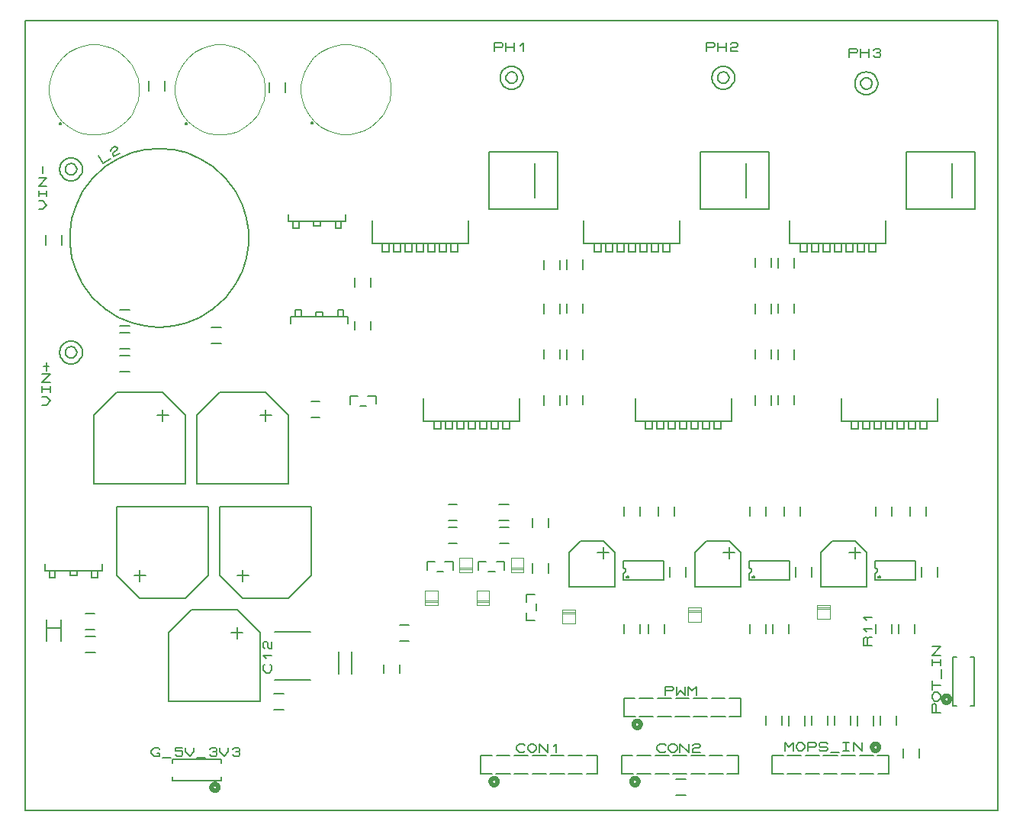
<source format=gbr>
G04 PROTEUS GERBER X2 FILE*
%TF.GenerationSoftware,Labcenter,Proteus,8.7-SP3-Build25561*%
%TF.CreationDate,2021-06-30T06:14:37+00:00*%
%TF.FileFunction,Legend,Top*%
%TF.FilePolarity,Positive*%
%TF.Part,Single*%
%TF.SameCoordinates,{77f9167f-24a0-473a-9e88-04ab24b8f88e}*%
%FSLAX45Y45*%
%MOMM*%
G01*
%TA.AperFunction,Profile*%
%ADD41C,0.203200*%
%TA.AperFunction,Material*%
%ADD44C,0.203200*%
%ADD45C,0.200000*%
%ADD46C,0.101600*%
%ADD47C,0.508000*%
%ADD48C,0.152400*%
%ADD49C,0.120000*%
%TD.AperFunction*%
D41*
X-1079500Y-6413500D02*
X+9715500Y-6413500D01*
X+9715500Y+2349500D01*
X-1079500Y+2349500D01*
X-1079500Y-6413500D01*
D44*
X+3340100Y-1841500D02*
X+3340100Y-2095500D01*
X+4406900Y-2095500D01*
X+4406900Y-1841500D02*
X+4406900Y-2095500D01*
X+3454400Y-2184400D02*
X+3530600Y-2184400D01*
X+3530600Y-2095500D01*
X+3454400Y-2095500D01*
X+3454400Y-2184400D01*
X+3581400Y-2184400D02*
X+3657600Y-2184400D01*
X+3657600Y-2095500D01*
X+3581400Y-2095500D01*
X+3581400Y-2184400D01*
X+3708400Y-2184400D02*
X+3784600Y-2184400D01*
X+3784600Y-2095500D01*
X+3708400Y-2095500D01*
X+3708400Y-2184400D01*
X+3835400Y-2184400D02*
X+3911600Y-2184400D01*
X+3911600Y-2095500D01*
X+3835400Y-2095500D01*
X+3835400Y-2184400D01*
X+3962400Y-2184400D02*
X+4038600Y-2184400D01*
X+4038600Y-2095500D01*
X+3962400Y-2095500D01*
X+3962400Y-2184400D01*
X+4089400Y-2184400D02*
X+4165600Y-2184400D01*
X+4165600Y-2095500D01*
X+4089400Y-2095500D01*
X+4089400Y-2184400D01*
X+4216400Y-2184400D02*
X+4292600Y-2184400D01*
X+4292600Y-2095500D01*
X+4216400Y-2095500D01*
X+4216400Y-2184400D01*
X+5118100Y+127000D02*
X+5118100Y-127000D01*
X+6184900Y-127000D01*
X+6184900Y+127000D02*
X+6184900Y-127000D01*
X+5232400Y-215900D02*
X+5308600Y-215900D01*
X+5308600Y-127000D01*
X+5232400Y-127000D01*
X+5232400Y-215900D01*
X+5359400Y-215900D02*
X+5435600Y-215900D01*
X+5435600Y-127000D01*
X+5359400Y-127000D01*
X+5359400Y-215900D01*
X+5486400Y-215900D02*
X+5562600Y-215900D01*
X+5562600Y-127000D01*
X+5486400Y-127000D01*
X+5486400Y-215900D01*
X+5613400Y-215900D02*
X+5689600Y-215900D01*
X+5689600Y-127000D01*
X+5613400Y-127000D01*
X+5613400Y-215900D01*
X+5740400Y-215900D02*
X+5816600Y-215900D01*
X+5816600Y-127000D01*
X+5740400Y-127000D01*
X+5740400Y-215900D01*
X+5867400Y-215900D02*
X+5943600Y-215900D01*
X+5943600Y-127000D01*
X+5867400Y-127000D01*
X+5867400Y-215900D01*
X+5994400Y-215900D02*
X+6070600Y-215900D01*
X+6070600Y-127000D01*
X+5994400Y-127000D01*
X+5994400Y-215900D01*
X+5689600Y-1841500D02*
X+5689600Y-2095500D01*
X+6756400Y-2095500D01*
X+6756400Y-1841500D02*
X+6756400Y-2095500D01*
X+5803900Y-2184400D02*
X+5880100Y-2184400D01*
X+5880100Y-2095500D01*
X+5803900Y-2095500D01*
X+5803900Y-2184400D01*
X+5930900Y-2184400D02*
X+6007100Y-2184400D01*
X+6007100Y-2095500D01*
X+5930900Y-2095500D01*
X+5930900Y-2184400D01*
X+6057900Y-2184400D02*
X+6134100Y-2184400D01*
X+6134100Y-2095500D01*
X+6057900Y-2095500D01*
X+6057900Y-2184400D01*
X+6184900Y-2184400D02*
X+6261100Y-2184400D01*
X+6261100Y-2095500D01*
X+6184900Y-2095500D01*
X+6184900Y-2184400D01*
X+6311900Y-2184400D02*
X+6388100Y-2184400D01*
X+6388100Y-2095500D01*
X+6311900Y-2095500D01*
X+6311900Y-2184400D01*
X+6438900Y-2184400D02*
X+6515100Y-2184400D01*
X+6515100Y-2095500D01*
X+6438900Y-2095500D01*
X+6438900Y-2184400D01*
X+6565900Y-2184400D02*
X+6642100Y-2184400D01*
X+6642100Y-2095500D01*
X+6565900Y-2095500D01*
X+6565900Y-2184400D01*
X+7404100Y+127000D02*
X+7404100Y-127000D01*
X+8470900Y-127000D01*
X+8470900Y+127000D02*
X+8470900Y-127000D01*
X+7518400Y-215900D02*
X+7594600Y-215900D01*
X+7594600Y-127000D01*
X+7518400Y-127000D01*
X+7518400Y-215900D01*
X+7645400Y-215900D02*
X+7721600Y-215900D01*
X+7721600Y-127000D01*
X+7645400Y-127000D01*
X+7645400Y-215900D01*
X+7772400Y-215900D02*
X+7848600Y-215900D01*
X+7848600Y-127000D01*
X+7772400Y-127000D01*
X+7772400Y-215900D01*
X+7899400Y-215900D02*
X+7975600Y-215900D01*
X+7975600Y-127000D01*
X+7899400Y-127000D01*
X+7899400Y-215900D01*
X+8026400Y-215900D02*
X+8102600Y-215900D01*
X+8102600Y-127000D01*
X+8026400Y-127000D01*
X+8026400Y-215900D01*
X+8153400Y-215900D02*
X+8229600Y-215900D01*
X+8229600Y-127000D01*
X+8153400Y-127000D01*
X+8153400Y-215900D01*
X+8280400Y-215900D02*
X+8356600Y-215900D01*
X+8356600Y-127000D01*
X+8280400Y-127000D01*
X+8280400Y-215900D01*
X+7975600Y-1841500D02*
X+7975600Y-2095500D01*
X+9042400Y-2095500D01*
X+9042400Y-1841500D02*
X+9042400Y-2095500D01*
X+8089900Y-2184400D02*
X+8166100Y-2184400D01*
X+8166100Y-2095500D01*
X+8089900Y-2095500D01*
X+8089900Y-2184400D01*
X+8216900Y-2184400D02*
X+8293100Y-2184400D01*
X+8293100Y-2095500D01*
X+8216900Y-2095500D01*
X+8216900Y-2184400D01*
X+8343900Y-2184400D02*
X+8420100Y-2184400D01*
X+8420100Y-2095500D01*
X+8343900Y-2095500D01*
X+8343900Y-2184400D01*
X+8470900Y-2184400D02*
X+8547100Y-2184400D01*
X+8547100Y-2095500D01*
X+8470900Y-2095500D01*
X+8470900Y-2184400D01*
X+8597900Y-2184400D02*
X+8674100Y-2184400D01*
X+8674100Y-2095500D01*
X+8597900Y-2095500D01*
X+8597900Y-2184400D01*
X+8724900Y-2184400D02*
X+8801100Y-2184400D01*
X+8801100Y-2095500D01*
X+8724900Y-2095500D01*
X+8724900Y-2184400D01*
X+8851900Y-2184400D02*
X+8928100Y-2184400D01*
X+8928100Y-2095500D01*
X+8851900Y-2095500D01*
X+8851900Y-2184400D01*
X+2768600Y+127000D02*
X+2768600Y-127000D01*
X+3835400Y-127000D01*
X+3835400Y+127000D02*
X+3835400Y-127000D01*
X+2882900Y-215900D02*
X+2959100Y-215900D01*
X+2959100Y-127000D01*
X+2882900Y-127000D01*
X+2882900Y-215900D01*
X+3009900Y-215900D02*
X+3086100Y-215900D01*
X+3086100Y-127000D01*
X+3009900Y-127000D01*
X+3009900Y-215900D01*
X+3136900Y-215900D02*
X+3213100Y-215900D01*
X+3213100Y-127000D01*
X+3136900Y-127000D01*
X+3136900Y-215900D01*
X+3263900Y-215900D02*
X+3340100Y-215900D01*
X+3340100Y-127000D01*
X+3263900Y-127000D01*
X+3263900Y-215900D01*
X+3390900Y-215900D02*
X+3467100Y-215900D01*
X+3467100Y-127000D01*
X+3390900Y-127000D01*
X+3390900Y-215900D01*
X+3517900Y-215900D02*
X+3594100Y-215900D01*
X+3594100Y-127000D01*
X+3517900Y-127000D01*
X+3517900Y-215900D01*
X+3644900Y-215900D02*
X+3721100Y-215900D01*
X+3721100Y-127000D01*
X+3644900Y-127000D01*
X+3644900Y-215900D01*
X+6413500Y+254000D02*
X+7175500Y+254000D01*
X+7175500Y+889000D01*
X+6413500Y+889000D01*
X+6413500Y+254000D01*
X+6921500Y+762000D02*
X+6921500Y+381000D01*
X+8699500Y+254000D02*
X+9461500Y+254000D01*
X+9461500Y+889000D01*
X+8699500Y+889000D01*
X+8699500Y+254000D01*
X+9207500Y+762000D02*
X+9207500Y+381000D01*
X+4064000Y+254000D02*
X+4826000Y+254000D01*
X+4826000Y+889000D01*
X+4064000Y+889000D01*
X+4064000Y+254000D01*
X+4572000Y+762000D02*
X+4572000Y+381000D01*
X+4445000Y+1714500D02*
X+4444573Y+1724909D01*
X+4441101Y+1745728D01*
X+4433845Y+1766547D01*
X+4422017Y+1787366D01*
X+4403920Y+1808024D01*
X+4383101Y+1823545D01*
X+4362282Y+1833530D01*
X+4341463Y+1839314D01*
X+4320644Y+1841472D01*
X+4318000Y+1841500D01*
X+4191000Y+1714500D02*
X+4191427Y+1724909D01*
X+4194899Y+1745728D01*
X+4202155Y+1766547D01*
X+4213983Y+1787366D01*
X+4232080Y+1808024D01*
X+4252899Y+1823545D01*
X+4273718Y+1833530D01*
X+4294537Y+1839314D01*
X+4315356Y+1841472D01*
X+4318000Y+1841500D01*
X+4191000Y+1714500D02*
X+4191427Y+1704091D01*
X+4194899Y+1683272D01*
X+4202155Y+1662453D01*
X+4213983Y+1641634D01*
X+4232080Y+1620976D01*
X+4252899Y+1605455D01*
X+4273718Y+1595470D01*
X+4294537Y+1589686D01*
X+4315356Y+1587528D01*
X+4318000Y+1587500D01*
X+4445000Y+1714500D02*
X+4444573Y+1704091D01*
X+4441101Y+1683272D01*
X+4433845Y+1662453D01*
X+4422017Y+1641634D01*
X+4403920Y+1620976D01*
X+4383101Y+1605455D01*
X+4362282Y+1595470D01*
X+4341463Y+1589686D01*
X+4320644Y+1587528D01*
X+4318000Y+1587500D01*
X+4381500Y+1714500D02*
X+4381283Y+1719747D01*
X+4379518Y+1730242D01*
X+4375826Y+1740737D01*
X+4369798Y+1751232D01*
X+4360576Y+1761612D01*
X+4350081Y+1769300D01*
X+4339586Y+1774218D01*
X+4329091Y+1777024D01*
X+4318596Y+1777997D01*
X+4318000Y+1778000D01*
X+4254500Y+1714500D02*
X+4254717Y+1719747D01*
X+4256482Y+1730242D01*
X+4260174Y+1740737D01*
X+4266202Y+1751232D01*
X+4275424Y+1761612D01*
X+4285919Y+1769300D01*
X+4296414Y+1774218D01*
X+4306909Y+1777024D01*
X+4317404Y+1777997D01*
X+4318000Y+1778000D01*
X+4254500Y+1714500D02*
X+4254717Y+1709253D01*
X+4256482Y+1698758D01*
X+4260174Y+1688263D01*
X+4266202Y+1677768D01*
X+4275424Y+1667388D01*
X+4285919Y+1659700D01*
X+4296414Y+1654782D01*
X+4306909Y+1651976D01*
X+4317404Y+1651003D01*
X+4318000Y+1651000D01*
X+4381500Y+1714500D02*
X+4381283Y+1709253D01*
X+4379518Y+1698758D01*
X+4375826Y+1688263D01*
X+4369798Y+1677768D01*
X+4360576Y+1667388D01*
X+4350081Y+1659700D01*
X+4339586Y+1654782D01*
X+4329091Y+1651976D01*
X+4318596Y+1651003D01*
X+4318000Y+1651000D01*
X+4127500Y+2009140D02*
X+4127500Y+2100580D01*
X+4206875Y+2100580D01*
X+4222750Y+2085340D01*
X+4222750Y+2070100D01*
X+4206875Y+2054860D01*
X+4127500Y+2054860D01*
X+4254500Y+2009140D02*
X+4254500Y+2100580D01*
X+4349750Y+2100580D02*
X+4349750Y+2009140D01*
X+4254500Y+2054860D02*
X+4349750Y+2054860D01*
X+4413250Y+2070100D02*
X+4445000Y+2100580D01*
X+4445000Y+2009140D01*
X+6794500Y+1714500D02*
X+6794073Y+1724909D01*
X+6790601Y+1745728D01*
X+6783345Y+1766547D01*
X+6771517Y+1787366D01*
X+6753420Y+1808024D01*
X+6732601Y+1823545D01*
X+6711782Y+1833530D01*
X+6690963Y+1839314D01*
X+6670144Y+1841472D01*
X+6667500Y+1841500D01*
X+6540500Y+1714500D02*
X+6540927Y+1724909D01*
X+6544399Y+1745728D01*
X+6551655Y+1766547D01*
X+6563483Y+1787366D01*
X+6581580Y+1808024D01*
X+6602399Y+1823545D01*
X+6623218Y+1833530D01*
X+6644037Y+1839314D01*
X+6664856Y+1841472D01*
X+6667500Y+1841500D01*
X+6540500Y+1714500D02*
X+6540927Y+1704091D01*
X+6544399Y+1683272D01*
X+6551655Y+1662453D01*
X+6563483Y+1641634D01*
X+6581580Y+1620976D01*
X+6602399Y+1605455D01*
X+6623218Y+1595470D01*
X+6644037Y+1589686D01*
X+6664856Y+1587528D01*
X+6667500Y+1587500D01*
X+6794500Y+1714500D02*
X+6794073Y+1704091D01*
X+6790601Y+1683272D01*
X+6783345Y+1662453D01*
X+6771517Y+1641634D01*
X+6753420Y+1620976D01*
X+6732601Y+1605455D01*
X+6711782Y+1595470D01*
X+6690963Y+1589686D01*
X+6670144Y+1587528D01*
X+6667500Y+1587500D01*
X+6731000Y+1714500D02*
X+6730783Y+1719747D01*
X+6729018Y+1730242D01*
X+6725326Y+1740737D01*
X+6719298Y+1751232D01*
X+6710076Y+1761612D01*
X+6699581Y+1769300D01*
X+6689086Y+1774218D01*
X+6678591Y+1777024D01*
X+6668096Y+1777997D01*
X+6667500Y+1778000D01*
X+6604000Y+1714500D02*
X+6604217Y+1719747D01*
X+6605982Y+1730242D01*
X+6609674Y+1740737D01*
X+6615702Y+1751232D01*
X+6624924Y+1761612D01*
X+6635419Y+1769300D01*
X+6645914Y+1774218D01*
X+6656409Y+1777024D01*
X+6666904Y+1777997D01*
X+6667500Y+1778000D01*
X+6604000Y+1714500D02*
X+6604217Y+1709253D01*
X+6605982Y+1698758D01*
X+6609674Y+1688263D01*
X+6615702Y+1677768D01*
X+6624924Y+1667388D01*
X+6635419Y+1659700D01*
X+6645914Y+1654782D01*
X+6656409Y+1651976D01*
X+6666904Y+1651003D01*
X+6667500Y+1651000D01*
X+6731000Y+1714500D02*
X+6730783Y+1709253D01*
X+6729018Y+1698758D01*
X+6725326Y+1688263D01*
X+6719298Y+1677768D01*
X+6710076Y+1667388D01*
X+6699581Y+1659700D01*
X+6689086Y+1654782D01*
X+6678591Y+1651976D01*
X+6668096Y+1651003D01*
X+6667500Y+1651000D01*
X+6477000Y+2009140D02*
X+6477000Y+2100580D01*
X+6556375Y+2100580D01*
X+6572250Y+2085340D01*
X+6572250Y+2070100D01*
X+6556375Y+2054860D01*
X+6477000Y+2054860D01*
X+6604000Y+2009140D02*
X+6604000Y+2100580D01*
X+6699250Y+2100580D02*
X+6699250Y+2009140D01*
X+6604000Y+2054860D02*
X+6699250Y+2054860D01*
X+6746875Y+2085340D02*
X+6762750Y+2100580D01*
X+6810375Y+2100580D01*
X+6826250Y+2085340D01*
X+6826250Y+2070100D01*
X+6810375Y+2054860D01*
X+6762750Y+2054860D01*
X+6746875Y+2039620D01*
X+6746875Y+2009140D01*
X+6826250Y+2009140D01*
X+8382000Y+1651000D02*
X+8381573Y+1661409D01*
X+8378101Y+1682228D01*
X+8370845Y+1703047D01*
X+8359017Y+1723866D01*
X+8340920Y+1744524D01*
X+8320101Y+1760045D01*
X+8299282Y+1770030D01*
X+8278463Y+1775814D01*
X+8257644Y+1777972D01*
X+8255000Y+1778000D01*
X+8128000Y+1651000D02*
X+8128427Y+1661409D01*
X+8131899Y+1682228D01*
X+8139155Y+1703047D01*
X+8150983Y+1723866D01*
X+8169080Y+1744524D01*
X+8189899Y+1760045D01*
X+8210718Y+1770030D01*
X+8231537Y+1775814D01*
X+8252356Y+1777972D01*
X+8255000Y+1778000D01*
X+8128000Y+1651000D02*
X+8128427Y+1640591D01*
X+8131899Y+1619772D01*
X+8139155Y+1598953D01*
X+8150983Y+1578134D01*
X+8169080Y+1557476D01*
X+8189899Y+1541955D01*
X+8210718Y+1531970D01*
X+8231537Y+1526186D01*
X+8252356Y+1524028D01*
X+8255000Y+1524000D01*
X+8382000Y+1651000D02*
X+8381573Y+1640591D01*
X+8378101Y+1619772D01*
X+8370845Y+1598953D01*
X+8359017Y+1578134D01*
X+8340920Y+1557476D01*
X+8320101Y+1541955D01*
X+8299282Y+1531970D01*
X+8278463Y+1526186D01*
X+8257644Y+1524028D01*
X+8255000Y+1524000D01*
X+8318500Y+1651000D02*
X+8318283Y+1656247D01*
X+8316518Y+1666742D01*
X+8312826Y+1677237D01*
X+8306798Y+1687732D01*
X+8297576Y+1698112D01*
X+8287081Y+1705800D01*
X+8276586Y+1710718D01*
X+8266091Y+1713524D01*
X+8255596Y+1714497D01*
X+8255000Y+1714500D01*
X+8191500Y+1651000D02*
X+8191717Y+1656247D01*
X+8193482Y+1666742D01*
X+8197174Y+1677237D01*
X+8203202Y+1687732D01*
X+8212424Y+1698112D01*
X+8222919Y+1705800D01*
X+8233414Y+1710718D01*
X+8243909Y+1713524D01*
X+8254404Y+1714497D01*
X+8255000Y+1714500D01*
X+8191500Y+1651000D02*
X+8191717Y+1645753D01*
X+8193482Y+1635258D01*
X+8197174Y+1624763D01*
X+8203202Y+1614268D01*
X+8212424Y+1603888D01*
X+8222919Y+1596200D01*
X+8233414Y+1591282D01*
X+8243909Y+1588476D01*
X+8254404Y+1587503D01*
X+8255000Y+1587500D01*
X+8318500Y+1651000D02*
X+8318283Y+1645753D01*
X+8316518Y+1635258D01*
X+8312826Y+1624763D01*
X+8306798Y+1614268D01*
X+8297576Y+1603888D01*
X+8287081Y+1596200D01*
X+8276586Y+1591282D01*
X+8266091Y+1588476D01*
X+8255596Y+1587503D01*
X+8255000Y+1587500D01*
X+8064500Y+1945640D02*
X+8064500Y+2037080D01*
X+8143875Y+2037080D01*
X+8159750Y+2021840D01*
X+8159750Y+2006600D01*
X+8143875Y+1991360D01*
X+8064500Y+1991360D01*
X+8191500Y+1945640D02*
X+8191500Y+2037080D01*
X+8286750Y+2037080D02*
X+8286750Y+1945640D01*
X+8191500Y+1991360D02*
X+8286750Y+1991360D01*
X+8334375Y+2021840D02*
X+8350250Y+2037080D01*
X+8397875Y+2037080D01*
X+8413750Y+2021840D01*
X+8413750Y+2006600D01*
X+8397875Y+1991360D01*
X+8413750Y+1976120D01*
X+8413750Y+1960880D01*
X+8397875Y+1945640D01*
X+8350250Y+1945640D01*
X+8334375Y+1960880D01*
X+8366125Y+1991360D02*
X+8397875Y+1991360D01*
X+2501900Y-1016000D02*
X+2501900Y-939800D01*
X+1866900Y-939800D01*
X+1866900Y-1016000D01*
X+2222500Y-939800D02*
X+2222500Y-889000D01*
X+2146300Y-889000D01*
X+2146300Y-939800D01*
X+2451100Y-939800D02*
X+2451100Y-863600D01*
X+2387600Y-863600D01*
X+2387600Y-939800D01*
X+1917700Y-939800D02*
X+1917700Y-863600D01*
X+1981200Y-863600D01*
X+1981200Y-939800D02*
X+1981200Y-863600D01*
X+1841500Y+198120D02*
X+1841500Y+121920D01*
X+2476500Y+121920D01*
X+2476500Y+198120D01*
X+2120900Y+121920D02*
X+2120900Y+71120D01*
X+2197100Y+71120D01*
X+2197100Y+121920D01*
X+1892300Y+121920D02*
X+1892300Y+45720D01*
X+1955800Y+45720D01*
X+1955800Y+121920D01*
X+2425700Y+121920D02*
X+2425700Y+45720D01*
X+2362200Y+45720D01*
X+2362200Y+121920D02*
X+2362200Y+45720D01*
X+1841500Y-2032000D02*
X+1587500Y-1778000D01*
X+1079500Y-1778000D01*
X+825500Y-2032000D01*
X+825500Y-2794000D01*
X+1841500Y-2794000D01*
X+1841500Y-2032000D01*
X+1587500Y-1968500D02*
X+1587500Y-2095500D01*
X+1651000Y-2032000D02*
X+1524000Y-2032000D01*
X+698500Y-2032000D02*
X+444500Y-1778000D01*
X-63500Y-1778000D01*
X-317500Y-2032000D01*
X-317500Y-2794000D01*
X+698500Y-2794000D01*
X+698500Y-2032000D01*
X+444500Y-1968500D02*
X+444500Y-2095500D01*
X+508000Y-2032000D02*
X+381000Y-2032000D01*
X-863600Y-3683000D02*
X-863600Y-3759200D01*
X-228600Y-3759200D01*
X-228600Y-3683000D01*
X-584200Y-3759200D02*
X-584200Y-3810000D01*
X-508000Y-3810000D01*
X-508000Y-3759200D01*
X-812800Y-3759200D02*
X-812800Y-3835400D01*
X-749300Y-3835400D01*
X-749300Y-3759200D01*
X-279400Y-3759200D02*
X-279400Y-3835400D01*
X-342900Y-3835400D01*
X-342900Y-3759200D02*
X-342900Y-3835400D01*
X-842000Y-4538000D02*
X-842000Y-4298000D01*
X-682000Y-4538000D02*
X-682000Y-4298000D01*
X-842000Y-4388000D02*
X-682000Y-4388000D01*
D45*
X-413000Y-4408000D02*
X-313000Y-4408000D01*
X-413000Y-4228000D02*
X-313000Y-4228000D01*
D44*
X-63500Y-3810000D02*
X+190500Y-4064000D01*
X+698500Y-4064000D01*
X+952500Y-3810000D01*
X+952500Y-3048000D01*
X-63500Y-3048000D01*
X-63500Y-3810000D01*
X+190500Y-3873500D02*
X+190500Y-3746500D01*
X+127000Y-3810000D02*
X+254000Y-3810000D01*
D45*
X+2087500Y-4434000D02*
X+1687500Y-4434000D01*
X+2087500Y-4964000D02*
X+1687500Y-4964000D01*
D44*
X+2399837Y-4896337D02*
X+2399837Y-4656337D01*
X+2539837Y-4896337D02*
X+2539837Y-4656337D01*
X+1079500Y-3810000D02*
X+1333500Y-4064000D01*
X+1841500Y-4064000D01*
X+2095500Y-3810000D01*
X+2095500Y-3048000D01*
X+1079500Y-3048000D01*
X+1079500Y-3810000D01*
X+1333500Y-3873500D02*
X+1333500Y-3746500D01*
X+1270000Y-3810000D02*
X+1397000Y-3810000D01*
D45*
X-413000Y-4662000D02*
X-303000Y-4662000D01*
X-413000Y-4482000D02*
X-303000Y-4482000D01*
X+2894500Y-4794000D02*
X+2894500Y-4894000D01*
X+3074500Y-4794000D02*
X+3074500Y-4894000D01*
X+3179500Y-4355000D02*
X+3079500Y-4355000D01*
X+3179500Y-4535000D02*
X+3079500Y-4535000D01*
X+78000Y-1370500D02*
X-32000Y-1370500D01*
X+78000Y-1550500D02*
X-32000Y-1550500D01*
X+78000Y-862500D02*
X-32000Y-862500D01*
X+78000Y-1042500D02*
X-32000Y-1042500D01*
X+78000Y-1116500D02*
X-32000Y-1116500D01*
X+78000Y-1296500D02*
X-32000Y-1296500D01*
X+291000Y+1683000D02*
X+291000Y+1573000D01*
X+471000Y+1683000D02*
X+471000Y+1573000D01*
X+1624500Y+1665500D02*
X+1624500Y+1555500D01*
X+1804500Y+1665500D02*
X+1804500Y+1555500D01*
X+984000Y-1233000D02*
X+1094000Y-1233000D01*
X+984000Y-1053000D02*
X+1094000Y-1053000D01*
D44*
X-444500Y+698500D02*
X-444927Y+708909D01*
X-448399Y+729728D01*
X-455655Y+750547D01*
X-467483Y+771366D01*
X-485580Y+792024D01*
X-506399Y+807545D01*
X-527218Y+817530D01*
X-548037Y+823314D01*
X-568856Y+825472D01*
X-571500Y+825500D01*
X-698500Y+698500D02*
X-698073Y+708909D01*
X-694601Y+729728D01*
X-687345Y+750547D01*
X-675517Y+771366D01*
X-657420Y+792024D01*
X-636601Y+807545D01*
X-615782Y+817530D01*
X-594963Y+823314D01*
X-574144Y+825472D01*
X-571500Y+825500D01*
X-698500Y+698500D02*
X-698073Y+688091D01*
X-694601Y+667272D01*
X-687345Y+646453D01*
X-675517Y+625634D01*
X-657420Y+604976D01*
X-636601Y+589455D01*
X-615782Y+579470D01*
X-594963Y+573686D01*
X-574144Y+571528D01*
X-571500Y+571500D01*
X-444500Y+698500D02*
X-444927Y+688091D01*
X-448399Y+667272D01*
X-455655Y+646453D01*
X-467483Y+625634D01*
X-485580Y+604976D01*
X-506399Y+589455D01*
X-527218Y+579470D01*
X-548037Y+573686D01*
X-568856Y+571528D01*
X-571500Y+571500D01*
X-508000Y+698500D02*
X-508217Y+703747D01*
X-509982Y+714242D01*
X-513674Y+724737D01*
X-519702Y+735232D01*
X-528924Y+745612D01*
X-539419Y+753300D01*
X-549914Y+758218D01*
X-560409Y+761024D01*
X-570904Y+761997D01*
X-571500Y+762000D01*
X-635000Y+698500D02*
X-634783Y+703747D01*
X-633018Y+714242D01*
X-629326Y+724737D01*
X-623298Y+735232D01*
X-614076Y+745612D01*
X-603581Y+753300D01*
X-593086Y+758218D01*
X-582591Y+761024D01*
X-572096Y+761997D01*
X-571500Y+762000D01*
X-635000Y+698500D02*
X-634783Y+693253D01*
X-633018Y+682758D01*
X-629326Y+672263D01*
X-623298Y+661768D01*
X-614076Y+651388D01*
X-603581Y+643700D01*
X-593086Y+638782D01*
X-582591Y+635976D01*
X-572096Y+635003D01*
X-571500Y+635000D01*
X-508000Y+698500D02*
X-508217Y+693253D01*
X-509982Y+682758D01*
X-513674Y+672263D01*
X-519702Y+661768D01*
X-528924Y+651388D01*
X-539419Y+643700D01*
X-549914Y+638782D01*
X-560409Y+635976D01*
X-570904Y+635003D01*
X-571500Y+635000D01*
X-932180Y+254000D02*
X-886460Y+254000D01*
X-840740Y+301625D01*
X-886460Y+349250D01*
X-932180Y+349250D01*
X-932180Y+396875D02*
X-932180Y+460375D01*
X-932180Y+428625D02*
X-840740Y+428625D01*
X-840740Y+396875D02*
X-840740Y+460375D01*
X-840740Y+508000D02*
X-932180Y+508000D01*
X-840740Y+603250D01*
X-932180Y+603250D01*
X-886460Y+650875D02*
X-886460Y+730250D01*
X-444500Y-1333500D02*
X-444927Y-1323091D01*
X-448399Y-1302272D01*
X-455655Y-1281453D01*
X-467483Y-1260634D01*
X-485580Y-1239976D01*
X-506399Y-1224455D01*
X-527218Y-1214470D01*
X-548037Y-1208686D01*
X-568856Y-1206528D01*
X-571500Y-1206500D01*
X-698500Y-1333500D02*
X-698073Y-1323091D01*
X-694601Y-1302272D01*
X-687345Y-1281453D01*
X-675517Y-1260634D01*
X-657420Y-1239976D01*
X-636601Y-1224455D01*
X-615782Y-1214470D01*
X-594963Y-1208686D01*
X-574144Y-1206528D01*
X-571500Y-1206500D01*
X-698500Y-1333500D02*
X-698073Y-1343909D01*
X-694601Y-1364728D01*
X-687345Y-1385547D01*
X-675517Y-1406366D01*
X-657420Y-1427024D01*
X-636601Y-1442545D01*
X-615782Y-1452530D01*
X-594963Y-1458314D01*
X-574144Y-1460472D01*
X-571500Y-1460500D01*
X-444500Y-1333500D02*
X-444927Y-1343909D01*
X-448399Y-1364728D01*
X-455655Y-1385547D01*
X-467483Y-1406366D01*
X-485580Y-1427024D01*
X-506399Y-1442545D01*
X-527218Y-1452530D01*
X-548037Y-1458314D01*
X-568856Y-1460472D01*
X-571500Y-1460500D01*
X-508000Y-1333500D02*
X-508217Y-1328253D01*
X-509982Y-1317758D01*
X-513674Y-1307263D01*
X-519702Y-1296768D01*
X-528924Y-1286388D01*
X-539419Y-1278700D01*
X-549914Y-1273782D01*
X-560409Y-1270976D01*
X-570904Y-1270003D01*
X-571500Y-1270000D01*
X-635000Y-1333500D02*
X-634783Y-1328253D01*
X-633018Y-1317758D01*
X-629326Y-1307263D01*
X-623298Y-1296768D01*
X-614076Y-1286388D01*
X-603581Y-1278700D01*
X-593086Y-1273782D01*
X-582591Y-1270976D01*
X-572096Y-1270003D01*
X-571500Y-1270000D01*
X-635000Y-1333500D02*
X-634783Y-1338747D01*
X-633018Y-1349242D01*
X-629326Y-1359737D01*
X-623298Y-1370232D01*
X-614076Y-1380612D01*
X-603581Y-1388300D01*
X-593086Y-1393218D01*
X-582591Y-1396024D01*
X-572096Y-1396997D01*
X-571500Y-1397000D01*
X-508000Y-1333500D02*
X-508217Y-1338747D01*
X-509982Y-1349242D01*
X-513674Y-1359737D01*
X-519702Y-1370232D01*
X-528924Y-1380612D01*
X-539419Y-1388300D01*
X-549914Y-1393218D01*
X-560409Y-1396024D01*
X-570904Y-1396997D01*
X-571500Y-1397000D01*
X-891540Y-1917700D02*
X-845820Y-1917700D01*
X-800100Y-1870075D01*
X-845820Y-1822450D01*
X-891540Y-1822450D01*
X-891540Y-1774825D02*
X-891540Y-1711325D01*
X-891540Y-1743075D02*
X-800100Y-1743075D01*
X-800100Y-1774825D02*
X-800100Y-1711325D01*
X-800100Y-1663700D02*
X-891540Y-1663700D01*
X-800100Y-1568450D01*
X-891540Y-1568450D01*
X-845820Y-1536700D02*
X-845820Y-1441450D01*
X-876300Y-1489075D02*
X-815340Y-1489075D01*
D45*
X+2757000Y-603500D02*
X+2757000Y-503500D01*
X+2577000Y-603500D02*
X+2577000Y-503500D01*
X+2191000Y-1878500D02*
X+2091000Y-1878500D01*
X+2191000Y-2058500D02*
X+2091000Y-2058500D01*
X+2757000Y-1084000D02*
X+2757000Y-984000D01*
X+2577000Y-1084000D02*
X+2577000Y-984000D01*
D44*
X+2811780Y-1813560D02*
X+2722880Y-1813560D01*
X+2705100Y-1925320D02*
X+2633980Y-1925320D01*
X+2811780Y-1813560D02*
X+2811780Y-1905000D01*
X+2522220Y-1907540D02*
X+2522220Y-1813560D01*
X+2608580Y-1813560D01*
D45*
X+1792500Y-5117000D02*
X+1682500Y-5117000D01*
X+1792500Y-5297000D02*
X+1682500Y-5297000D01*
X+5942500Y-3043500D02*
X+5942500Y-3143500D01*
X+6122500Y-3043500D02*
X+6122500Y-3143500D01*
X+5561500Y-3043500D02*
X+5561500Y-3143500D01*
X+5741500Y-3043500D02*
X+5741500Y-3143500D01*
D44*
X+5554980Y-3860800D02*
X+5554980Y-3779838D01*
X+5565601Y-3777756D01*
X+5574167Y-3772036D01*
X+5579886Y-3763471D01*
X+5581968Y-3752850D01*
X+5554980Y-3725862D02*
X+5565601Y-3727944D01*
X+5574167Y-3733664D01*
X+5579886Y-3742229D01*
X+5581968Y-3752850D01*
X+5554980Y-3725862D02*
X+5554980Y-3644900D01*
X+6002020Y-3784600D02*
X+6002020Y-3721100D01*
X+5588000Y-3860800D02*
X+5969000Y-3860800D01*
X+5588000Y-3644900D02*
X+5969000Y-3644900D01*
X+5588000Y-3860800D02*
X+5554980Y-3860800D01*
X+5554980Y-3644900D02*
X+5588000Y-3644900D01*
X+6002020Y-3721100D02*
X+6002020Y-3644900D01*
X+5969000Y-3644900D01*
X+5969000Y-3860800D02*
X+6002020Y-3860800D01*
X+6002020Y-3784600D01*
X+5614416Y-3825240D02*
X+5614381Y-3824395D01*
X+5614094Y-3822704D01*
X+5613495Y-3821013D01*
X+5612515Y-3819322D01*
X+5611015Y-3817654D01*
X+5609324Y-3816434D01*
X+5607633Y-3815658D01*
X+5605942Y-3815221D01*
X+5604256Y-3815080D01*
X+5594096Y-3825240D02*
X+5594131Y-3824395D01*
X+5594418Y-3822704D01*
X+5595017Y-3821013D01*
X+5595997Y-3819322D01*
X+5597497Y-3817654D01*
X+5599188Y-3816434D01*
X+5600879Y-3815658D01*
X+5602570Y-3815221D01*
X+5604256Y-3815080D01*
X+5594096Y-3825240D02*
X+5594131Y-3826085D01*
X+5594418Y-3827776D01*
X+5595017Y-3829467D01*
X+5595997Y-3831158D01*
X+5597497Y-3832826D01*
X+5599188Y-3834046D01*
X+5600879Y-3834822D01*
X+5602570Y-3835259D01*
X+5604256Y-3835400D01*
X+5614416Y-3825240D02*
X+5614381Y-3826085D01*
X+5614094Y-3827776D01*
X+5613495Y-3829467D01*
X+5612515Y-3831158D01*
X+5611015Y-3832826D01*
X+5609324Y-3834046D01*
X+5607633Y-3834822D01*
X+5605942Y-3835259D01*
X+5604256Y-3835400D01*
X+6951980Y-3860800D02*
X+6951980Y-3779838D01*
X+6962601Y-3777756D01*
X+6971167Y-3772036D01*
X+6976886Y-3763471D01*
X+6978968Y-3752850D01*
X+6951980Y-3725862D02*
X+6962601Y-3727944D01*
X+6971167Y-3733664D01*
X+6976886Y-3742229D01*
X+6978968Y-3752850D01*
X+6951980Y-3725862D02*
X+6951980Y-3644900D01*
X+7399020Y-3784600D02*
X+7399020Y-3721100D01*
X+6985000Y-3860800D02*
X+7366000Y-3860800D01*
X+6985000Y-3644900D02*
X+7366000Y-3644900D01*
X+6985000Y-3860800D02*
X+6951980Y-3860800D01*
X+6951980Y-3644900D02*
X+6985000Y-3644900D01*
X+7399020Y-3721100D02*
X+7399020Y-3644900D01*
X+7366000Y-3644900D01*
X+7366000Y-3860800D02*
X+7399020Y-3860800D01*
X+7399020Y-3784600D01*
X+7011416Y-3825240D02*
X+7011381Y-3824395D01*
X+7011094Y-3822704D01*
X+7010495Y-3821013D01*
X+7009515Y-3819322D01*
X+7008015Y-3817654D01*
X+7006324Y-3816434D01*
X+7004633Y-3815658D01*
X+7002942Y-3815221D01*
X+7001256Y-3815080D01*
X+6991096Y-3825240D02*
X+6991131Y-3824395D01*
X+6991418Y-3822704D01*
X+6992017Y-3821013D01*
X+6992997Y-3819322D01*
X+6994497Y-3817654D01*
X+6996188Y-3816434D01*
X+6997879Y-3815658D01*
X+6999570Y-3815221D01*
X+7001256Y-3815080D01*
X+6991096Y-3825240D02*
X+6991131Y-3826085D01*
X+6991418Y-3827776D01*
X+6992017Y-3829467D01*
X+6992997Y-3831158D01*
X+6994497Y-3832826D01*
X+6996188Y-3834046D01*
X+6997879Y-3834822D01*
X+6999570Y-3835259D01*
X+7001256Y-3835400D01*
X+7011416Y-3825240D02*
X+7011381Y-3826085D01*
X+7011094Y-3827776D01*
X+7010495Y-3829467D01*
X+7009515Y-3831158D01*
X+7008015Y-3832826D01*
X+7006324Y-3834046D01*
X+7004633Y-3834822D01*
X+7002942Y-3835259D01*
X+7001256Y-3835400D01*
X+8348980Y-3860800D02*
X+8348980Y-3779838D01*
X+8359601Y-3777756D01*
X+8368167Y-3772036D01*
X+8373886Y-3763471D01*
X+8375968Y-3752850D01*
X+8348980Y-3725862D02*
X+8359601Y-3727944D01*
X+8368167Y-3733664D01*
X+8373886Y-3742229D01*
X+8375968Y-3752850D01*
X+8348980Y-3725862D02*
X+8348980Y-3644900D01*
X+8796020Y-3784600D02*
X+8796020Y-3721100D01*
X+8382000Y-3860800D02*
X+8763000Y-3860800D01*
X+8382000Y-3644900D02*
X+8763000Y-3644900D01*
X+8382000Y-3860800D02*
X+8348980Y-3860800D01*
X+8348980Y-3644900D02*
X+8382000Y-3644900D01*
X+8796020Y-3721100D02*
X+8796020Y-3644900D01*
X+8763000Y-3644900D01*
X+8763000Y-3860800D02*
X+8796020Y-3860800D01*
X+8796020Y-3784600D01*
X+8408416Y-3825240D02*
X+8408381Y-3824395D01*
X+8408094Y-3822704D01*
X+8407495Y-3821013D01*
X+8406515Y-3819322D01*
X+8405015Y-3817654D01*
X+8403324Y-3816434D01*
X+8401633Y-3815658D01*
X+8399942Y-3815221D01*
X+8398256Y-3815080D01*
X+8388096Y-3825240D02*
X+8388131Y-3824395D01*
X+8388418Y-3822704D01*
X+8389017Y-3821013D01*
X+8389997Y-3819322D01*
X+8391497Y-3817654D01*
X+8393188Y-3816434D01*
X+8394879Y-3815658D01*
X+8396570Y-3815221D01*
X+8398256Y-3815080D01*
X+8388096Y-3825240D02*
X+8388131Y-3826085D01*
X+8388418Y-3827776D01*
X+8389017Y-3829467D01*
X+8389997Y-3831158D01*
X+8391497Y-3832826D01*
X+8393188Y-3834046D01*
X+8394879Y-3834822D01*
X+8396570Y-3835259D01*
X+8398256Y-3835400D01*
X+8408416Y-3825240D02*
X+8408381Y-3826085D01*
X+8408094Y-3827776D01*
X+8407495Y-3829467D01*
X+8406515Y-3831158D01*
X+8405015Y-3832826D01*
X+8403324Y-3834046D01*
X+8401633Y-3834822D01*
X+8399942Y-3835259D01*
X+8398256Y-3835400D01*
D45*
X+6958500Y-3043500D02*
X+6958500Y-3143500D01*
X+7138500Y-3043500D02*
X+7138500Y-3143500D01*
D44*
X+5461000Y-3556000D02*
X+5334000Y-3429000D01*
X+5080000Y-3429000D01*
X+4953000Y-3556000D01*
X+4953000Y-3937000D01*
X+5461000Y-3937000D01*
X+5461000Y-3556000D01*
X+5334000Y-3492500D02*
X+5334000Y-3619500D01*
X+5397500Y-3556000D02*
X+5270500Y-3556000D01*
X+6858000Y-3556000D02*
X+6731000Y-3429000D01*
X+6477000Y-3429000D01*
X+6350000Y-3556000D01*
X+6350000Y-3937000D01*
X+6858000Y-3937000D01*
X+6858000Y-3556000D01*
X+6731000Y-3492500D02*
X+6731000Y-3619500D01*
X+6794500Y-3556000D02*
X+6667500Y-3556000D01*
X+8255000Y-3556000D02*
X+8128000Y-3429000D01*
X+7874000Y-3429000D01*
X+7747000Y-3556000D01*
X+7747000Y-3937000D01*
X+8255000Y-3937000D01*
X+8255000Y-3556000D01*
X+8128000Y-3492500D02*
X+8128000Y-3619500D01*
X+8191500Y-3556000D02*
X+8064500Y-3556000D01*
D46*
X+5023000Y-4213960D02*
X+4883000Y-4213960D01*
X+5023000Y-4233960D02*
X+4883000Y-4233960D01*
X+4883000Y-4343960D02*
X+5023000Y-4343960D01*
X+5023000Y-4183960D01*
X+4883000Y-4183960D01*
X+4883000Y-4343960D01*
X+6420000Y-4194910D02*
X+6280000Y-4194910D01*
X+6420000Y-4214910D02*
X+6280000Y-4214910D01*
X+6280000Y-4324910D02*
X+6420000Y-4324910D01*
X+6420000Y-4164910D01*
X+6280000Y-4164910D01*
X+6280000Y-4324910D01*
X+7848750Y-4163160D02*
X+7708750Y-4163160D01*
X+7848750Y-4183160D02*
X+7708750Y-4183160D01*
X+7708750Y-4293160D02*
X+7848750Y-4293160D01*
X+7848750Y-4133160D01*
X+7708750Y-4133160D01*
X+7708750Y-4293160D01*
D45*
X+6069500Y-3714500D02*
X+6069500Y-3824500D01*
X+6249500Y-3714500D02*
X+6249500Y-3824500D01*
X+7466500Y-3714500D02*
X+7466500Y-3824500D01*
X+7646500Y-3714500D02*
X+7646500Y-3824500D01*
X+8863500Y-3714500D02*
X+8863500Y-3824500D01*
X+9043500Y-3714500D02*
X+9043500Y-3824500D01*
X+7339500Y-3043500D02*
X+7339500Y-3143500D01*
X+7519500Y-3043500D02*
X+7519500Y-3143500D01*
X+8355500Y-3043500D02*
X+8355500Y-3143500D01*
X+8535500Y-3043500D02*
X+8535500Y-3143500D01*
X+8736500Y-3043500D02*
X+8736500Y-3143500D01*
X+8916500Y-3043500D02*
X+8916500Y-3143500D01*
X+5741500Y-4449500D02*
X+5741500Y-4349500D01*
X+5561500Y-4449500D02*
X+5561500Y-4349500D01*
X+6013000Y-4449500D02*
X+6013000Y-4349500D01*
X+5833000Y-4449500D02*
X+5833000Y-4349500D01*
X+7138500Y-4449500D02*
X+7138500Y-4349500D01*
X+6958500Y-4449500D02*
X+6958500Y-4349500D01*
X+4926500Y-793500D02*
X+4926500Y-893500D01*
X+5106500Y-793500D02*
X+5106500Y-893500D01*
X+4672500Y-313000D02*
X+4672500Y-413000D01*
X+4852500Y-313000D02*
X+4852500Y-413000D01*
X+4926500Y-1809500D02*
X+4926500Y-1909500D01*
X+5106500Y-1809500D02*
X+5106500Y-1909500D01*
X+4672500Y-1301500D02*
X+4672500Y-1401500D01*
X+4852500Y-1301500D02*
X+4852500Y-1401500D01*
X+4926500Y-303000D02*
X+4926500Y-413000D01*
X+5106500Y-303000D02*
X+5106500Y-413000D01*
X+4672500Y-793500D02*
X+4672500Y-903500D01*
X+4852500Y-793500D02*
X+4852500Y-903500D01*
X+4926500Y-1301500D02*
X+4926500Y-1411500D01*
X+5106500Y-1301500D02*
X+5106500Y-1411500D01*
X+4672500Y-1809500D02*
X+4672500Y-1919500D01*
X+4852500Y-1809500D02*
X+4852500Y-1919500D01*
X+7276000Y-285500D02*
X+7276000Y-395500D01*
X+7456000Y-285500D02*
X+7456000Y-395500D01*
X+7022000Y-793500D02*
X+7022000Y-903500D01*
X+7202000Y-793500D02*
X+7202000Y-903500D01*
X+7276000Y-1301500D02*
X+7276000Y-1411500D01*
X+7456000Y-1301500D02*
X+7456000Y-1411500D01*
X+7022000Y-1809500D02*
X+7022000Y-1919500D01*
X+7202000Y-1809500D02*
X+7202000Y-1919500D01*
X+7276000Y-793500D02*
X+7276000Y-893500D01*
X+7456000Y-793500D02*
X+7456000Y-893500D01*
X+7022000Y-285500D02*
X+7022000Y-385500D01*
X+7202000Y-285500D02*
X+7202000Y-385500D01*
X+7276000Y-1809500D02*
X+7276000Y-1909500D01*
X+7456000Y-1809500D02*
X+7456000Y-1909500D01*
X+7022000Y-1301500D02*
X+7022000Y-1401500D01*
X+7202000Y-1301500D02*
X+7202000Y-1401500D01*
D44*
X+3667760Y-3655060D02*
X+3578860Y-3655060D01*
X+3561080Y-3766820D02*
X+3489960Y-3766820D01*
X+3667760Y-3655060D02*
X+3667760Y-3746500D01*
X+3378200Y-3749040D02*
X+3378200Y-3655060D01*
X+3464560Y-3655060D01*
X+4239260Y-3655060D02*
X+4150360Y-3655060D01*
X+4132580Y-3766820D02*
X+4061460Y-3766820D01*
X+4239260Y-3655060D02*
X+4239260Y-3746500D01*
X+3949700Y-3749040D02*
X+3949700Y-3655060D01*
X+4036060Y-3655060D01*
X+4480560Y-4015740D02*
X+4480560Y-4104640D01*
X+4592320Y-4122420D02*
X+4592320Y-4193540D01*
X+4480560Y-4015740D02*
X+4572000Y-4015740D01*
X+4574540Y-4305300D02*
X+4480560Y-4305300D01*
X+4480560Y-4218940D01*
D46*
X+3740000Y-3742590D02*
X+3880000Y-3742590D01*
X+3740000Y-3722590D02*
X+3880000Y-3722590D01*
X+3740000Y-3772590D02*
X+3880000Y-3772590D01*
X+3880000Y-3612590D01*
X+3740000Y-3612590D01*
X+3740000Y-3772590D01*
X+3359000Y-4104540D02*
X+3499000Y-4104540D01*
X+3359000Y-4084540D02*
X+3499000Y-4084540D01*
X+3359000Y-4134540D02*
X+3499000Y-4134540D01*
X+3499000Y-3974540D01*
X+3359000Y-3974540D01*
X+3359000Y-4134540D01*
X+4311500Y-3742590D02*
X+4451500Y-3742590D01*
X+4311500Y-3722590D02*
X+4451500Y-3722590D01*
X+4311500Y-3772590D02*
X+4451500Y-3772590D01*
X+4451500Y-3612590D01*
X+4311500Y-3612590D01*
X+4311500Y-3772590D01*
X+3930500Y-4104540D02*
X+4070500Y-4104540D01*
X+3930500Y-4084540D02*
X+4070500Y-4084540D01*
X+3930500Y-4134540D02*
X+4070500Y-4134540D01*
X+4070500Y-3974540D01*
X+3930500Y-3974540D01*
X+3930500Y-4134540D01*
D45*
X+3615000Y-3455500D02*
X+3715000Y-3455500D01*
X+3615000Y-3275500D02*
X+3715000Y-3275500D01*
X+3615000Y-3201500D02*
X+3715000Y-3201500D01*
X+3615000Y-3021500D02*
X+3715000Y-3021500D01*
X+4286500Y-3275500D02*
X+4186500Y-3275500D01*
X+4286500Y-3455500D02*
X+4186500Y-3455500D01*
X+4545500Y-3170500D02*
X+4545500Y-3270500D01*
X+4725500Y-3170500D02*
X+4725500Y-3270500D01*
X+4725500Y-3778500D02*
X+4725500Y-3668500D01*
X+4545500Y-3778500D02*
X+4545500Y-3668500D01*
X+4286500Y-3021500D02*
X+4176500Y-3021500D01*
X+4286500Y-3201500D02*
X+4176500Y-3201500D01*
X+8789500Y-4449500D02*
X+8789500Y-4349500D01*
X+8609500Y-4449500D02*
X+8609500Y-4349500D01*
D44*
X+1524000Y-4445000D02*
X+1270000Y-4191000D01*
X+762000Y-4191000D01*
X+508000Y-4445000D01*
X+508000Y-5207000D01*
X+1524000Y-5207000D01*
X+1524000Y-4445000D01*
X+1270000Y-4381500D02*
X+1270000Y-4508500D01*
X+1333500Y-4445000D02*
X+1206500Y-4445000D01*
X+1640840Y-4794250D02*
X+1656080Y-4810125D01*
X+1656080Y-4857750D01*
X+1625600Y-4889500D01*
X+1595120Y-4889500D01*
X+1564640Y-4857750D01*
X+1564640Y-4810125D01*
X+1579880Y-4794250D01*
X+1595120Y-4730750D02*
X+1564640Y-4699000D01*
X+1656080Y-4699000D01*
X+1579880Y-4619625D02*
X+1564640Y-4603750D01*
X+1564640Y-4556125D01*
X+1579880Y-4540250D01*
X+1595120Y-4540250D01*
X+1610360Y-4556125D01*
X+1610360Y-4603750D01*
X+1625600Y-4619625D01*
X+1656080Y-4619625D01*
X+1656080Y-4540250D01*
D45*
X+6255000Y-6069500D02*
X+6145000Y-6069500D01*
X+6255000Y-6249500D02*
X+6145000Y-6249500D01*
X+8335500Y-5475500D02*
X+8335500Y-5365500D01*
X+8155500Y-5475500D02*
X+8155500Y-5365500D01*
X+7573500Y-5475499D02*
X+7573500Y-5365499D01*
X+7393500Y-5475499D02*
X+7393500Y-5365499D01*
X-852000Y-31500D02*
X-852000Y-141500D01*
X-672000Y-31500D02*
X-672000Y-141500D01*
D47*
X+9182100Y-5181500D02*
X+9181969Y-5178342D01*
X+9180903Y-5172024D01*
X+9178672Y-5165706D01*
X+9175027Y-5159388D01*
X+9169452Y-5153149D01*
X+9163134Y-5148553D01*
X+9156816Y-5145620D01*
X+9150498Y-5143958D01*
X+9144180Y-5143400D01*
X+9144000Y-5143400D01*
X+9105900Y-5181500D02*
X+9106031Y-5178342D01*
X+9107097Y-5172024D01*
X+9109328Y-5165706D01*
X+9112973Y-5159388D01*
X+9118548Y-5153149D01*
X+9124866Y-5148553D01*
X+9131184Y-5145620D01*
X+9137502Y-5143958D01*
X+9143820Y-5143400D01*
X+9144000Y-5143400D01*
X+9105900Y-5181500D02*
X+9106031Y-5184658D01*
X+9107097Y-5190976D01*
X+9109328Y-5197294D01*
X+9112973Y-5203612D01*
X+9118548Y-5209851D01*
X+9124866Y-5214447D01*
X+9131184Y-5217380D01*
X+9137502Y-5219042D01*
X+9143820Y-5219600D01*
X+9144000Y-5219600D01*
X+9182100Y-5181500D02*
X+9181969Y-5184658D01*
X+9180903Y-5190976D01*
X+9178672Y-5197294D01*
X+9175027Y-5203612D01*
X+9169452Y-5209851D01*
X+9163134Y-5214447D01*
X+9156816Y-5217380D01*
X+9150498Y-5219042D01*
X+9144180Y-5219600D01*
X+9144000Y-5219600D01*
D48*
X+9215120Y-4711650D02*
X+9215120Y-5251350D01*
X+9258635Y-5251350D01*
X+9453880Y-5251350D02*
X+9453880Y-4711650D01*
X+9410365Y-4711650D01*
X+9258635Y-4711650D02*
X+9215120Y-4711650D01*
X+9410365Y-5251350D02*
X+9453880Y-5251350D01*
D44*
X+9075420Y-5327067D02*
X+8983980Y-5327067D01*
X+8983980Y-5247692D01*
X+8999220Y-5231817D01*
X+9014460Y-5231817D01*
X+9029700Y-5247692D01*
X+9029700Y-5327067D01*
X+9014460Y-5200067D02*
X+8983980Y-5168317D01*
X+8983980Y-5136567D01*
X+9014460Y-5104817D01*
X+9044940Y-5104817D01*
X+9075420Y-5136567D01*
X+9075420Y-5168317D01*
X+9044940Y-5200067D01*
X+9014460Y-5200067D01*
X+8983980Y-5073067D02*
X+8983980Y-4977817D01*
X+8983980Y-5025442D02*
X+9075420Y-5025442D01*
X+9090660Y-4946067D02*
X+9090660Y-4850817D01*
X+8983980Y-4803192D02*
X+8983980Y-4739692D01*
X+8983980Y-4771442D02*
X+9075420Y-4771442D01*
X+9075420Y-4803192D02*
X+9075420Y-4739692D01*
X+9075420Y-4692067D02*
X+8983980Y-4692067D01*
X+9075420Y-4596817D01*
X+8983980Y-4596817D01*
D45*
X+7392500Y-4449500D02*
X+7392500Y-4349500D01*
X+7212500Y-4449500D02*
X+7212500Y-4349500D01*
X+8535500Y-4449500D02*
X+8535500Y-4349500D01*
X+8355500Y-4449500D02*
X+8355500Y-4349500D01*
D44*
X+8315020Y-4590001D02*
X+8223580Y-4590001D01*
X+8223580Y-4510626D01*
X+8238820Y-4494751D01*
X+8254060Y-4494751D01*
X+8269300Y-4510626D01*
X+8269300Y-4590001D01*
X+8269300Y-4510626D02*
X+8284540Y-4494751D01*
X+8315020Y-4494751D01*
X+8254060Y-4431251D02*
X+8223580Y-4399501D01*
X+8315020Y-4399501D01*
X+8254060Y-4304251D02*
X+8223580Y-4272501D01*
X+8315020Y-4272501D01*
D45*
X+8663500Y-5730301D02*
X+8663500Y-5830301D01*
X+8843500Y-5730301D02*
X+8843500Y-5830301D01*
X+7901500Y-5365500D02*
X+7901500Y-5465500D01*
X+8081500Y-5365500D02*
X+8081500Y-5465500D01*
X+7647500Y-5365500D02*
X+7647500Y-5465500D01*
X+7827500Y-5365500D02*
X+7827500Y-5465500D01*
X+8409500Y-5365500D02*
X+8409500Y-5465500D01*
X+8589500Y-5365500D02*
X+8589500Y-5465500D01*
X+7139500Y-5365500D02*
X+7139500Y-5465500D01*
X+7319500Y-5365500D02*
X+7319500Y-5465500D01*
D47*
X+8394600Y-5715000D02*
X+8394469Y-5711842D01*
X+8393403Y-5705524D01*
X+8391172Y-5699206D01*
X+8387527Y-5692888D01*
X+8381952Y-5686649D01*
X+8375634Y-5682053D01*
X+8369316Y-5679120D01*
X+8362998Y-5677458D01*
X+8356680Y-5676900D01*
X+8356500Y-5676900D01*
X+8318400Y-5715000D02*
X+8318531Y-5711842D01*
X+8319597Y-5705524D01*
X+8321828Y-5699206D01*
X+8325473Y-5692888D01*
X+8331048Y-5686649D01*
X+8337366Y-5682053D01*
X+8343684Y-5679120D01*
X+8350002Y-5677458D01*
X+8356320Y-5676900D01*
X+8356500Y-5676900D01*
X+8318400Y-5715000D02*
X+8318531Y-5718158D01*
X+8319597Y-5724476D01*
X+8321828Y-5730794D01*
X+8325473Y-5737112D01*
X+8331048Y-5743351D01*
X+8337366Y-5747947D01*
X+8343684Y-5750880D01*
X+8350002Y-5752542D01*
X+8356320Y-5753100D01*
X+8356500Y-5753100D01*
X+8394600Y-5715000D02*
X+8394469Y-5718158D01*
X+8393403Y-5724476D01*
X+8391172Y-5730794D01*
X+8387527Y-5737112D01*
X+8381952Y-5743351D01*
X+8375634Y-5747947D01*
X+8369316Y-5750880D01*
X+8362998Y-5752542D01*
X+8356680Y-5753100D01*
X+8356500Y-5753100D01*
D48*
X+8505470Y-5804840D02*
X+8378907Y-5804840D01*
X+7207530Y-5804840D02*
X+7207530Y-6005500D01*
X+7331309Y-6005500D01*
X+8505470Y-6005500D02*
X+8505470Y-5804840D01*
X+7334093Y-5804840D02*
X+7207530Y-5804840D01*
X+7381691Y-6005500D02*
X+7531309Y-6005500D01*
X+7534093Y-5804840D02*
X+7378907Y-5804840D01*
X+7581691Y-6005500D02*
X+7731309Y-6005500D01*
X+7734093Y-5804840D02*
X+7578907Y-5804840D01*
X+7781691Y-6005500D02*
X+7931309Y-6005500D01*
X+7934093Y-5804840D02*
X+7778907Y-5804840D01*
X+7981691Y-6005500D02*
X+8131309Y-6005500D01*
X+8134093Y-5804840D02*
X+7978907Y-5804840D01*
X+8181691Y-6005500D02*
X+8331309Y-6005500D01*
X+8381691Y-6005500D02*
X+8505470Y-6005500D01*
X+8334093Y-5804840D02*
X+8178907Y-5804840D01*
D44*
X+7348500Y-5755124D02*
X+7348500Y-5663684D01*
X+7396125Y-5709404D01*
X+7443750Y-5663684D01*
X+7443750Y-5755124D01*
X+7475500Y-5694164D02*
X+7507250Y-5663684D01*
X+7539000Y-5663684D01*
X+7570750Y-5694164D01*
X+7570750Y-5724644D01*
X+7539000Y-5755124D01*
X+7507250Y-5755124D01*
X+7475500Y-5724644D01*
X+7475500Y-5694164D01*
X+7602500Y-5755124D02*
X+7602500Y-5663684D01*
X+7681875Y-5663684D01*
X+7697750Y-5678924D01*
X+7697750Y-5694164D01*
X+7681875Y-5709404D01*
X+7602500Y-5709404D01*
X+7729500Y-5739884D02*
X+7745375Y-5755124D01*
X+7808875Y-5755124D01*
X+7824750Y-5739884D01*
X+7824750Y-5724644D01*
X+7808875Y-5709404D01*
X+7745375Y-5709404D01*
X+7729500Y-5694164D01*
X+7729500Y-5678924D01*
X+7745375Y-5663684D01*
X+7808875Y-5663684D01*
X+7824750Y-5678924D01*
X+7856500Y-5770364D02*
X+7951750Y-5770364D01*
X+7999375Y-5663684D02*
X+8062875Y-5663684D01*
X+8031125Y-5663684D02*
X+8031125Y-5755124D01*
X+7999375Y-5755124D02*
X+8062875Y-5755124D01*
X+8110500Y-5755124D02*
X+8110500Y-5663684D01*
X+8205750Y-5755124D01*
X+8205750Y-5663684D01*
X+1399034Y-63500D02*
X+1396334Y+9637D01*
X+1374462Y+155912D01*
X+1329164Y+302187D01*
X+1256699Y+448462D01*
X+1149152Y+594737D01*
X+1005381Y+727681D01*
X+859106Y+819443D01*
X+712831Y+880119D01*
X+566556Y+915506D01*
X+420281Y+928314D01*
X+407133Y+928401D01*
X-584768Y-63500D02*
X-582068Y+9637D01*
X-560196Y+155912D01*
X-514898Y+302187D01*
X-442433Y+448462D01*
X-334886Y+594737D01*
X-191115Y+727681D01*
X-44840Y+819443D01*
X+101435Y+880119D01*
X+247710Y+915506D01*
X+393985Y+928314D01*
X+407133Y+928401D01*
X-584768Y-63500D02*
X-582068Y-136637D01*
X-560196Y-282912D01*
X-514898Y-429187D01*
X-442433Y-575462D01*
X-334886Y-721737D01*
X-191115Y-854681D01*
X-44840Y-946443D01*
X+101435Y-1007119D01*
X+247710Y-1042506D01*
X+393985Y-1055314D01*
X+407133Y-1055401D01*
X+1399034Y-63500D02*
X+1396334Y-136637D01*
X+1374462Y-282912D01*
X+1329164Y-429187D01*
X+1256699Y-575462D01*
X+1149152Y-721737D01*
X+1005381Y-854681D01*
X+859106Y-946443D01*
X+712831Y-1007119D01*
X+566556Y-1042506D01*
X+420281Y-1055314D01*
X+407133Y-1055401D01*
X-264843Y+846397D02*
X-219123Y+767207D01*
X-136634Y+814832D01*
X-133490Y+904636D02*
X-127362Y+925772D01*
X-86117Y+949584D01*
X-64749Y+944324D01*
X-57129Y+931125D01*
X-63257Y+909990D01*
X-104502Y+886177D01*
X-110630Y+865041D01*
X-95390Y+838645D01*
X-26649Y+878332D01*
D49*
X+1579500Y+1583500D02*
X+1577969Y+1622600D01*
X+1565546Y+1700801D01*
X+1539694Y+1779002D01*
X+1497934Y+1857203D01*
X+1434695Y+1935404D01*
X+1356502Y+1999757D01*
X+1278301Y+2042279D01*
X+1200100Y+2068738D01*
X+1121899Y+2081699D01*
X+1079500Y+2083500D01*
X+579500Y+1583500D02*
X+581031Y+1622600D01*
X+593454Y+1700801D01*
X+619306Y+1779002D01*
X+661066Y+1857203D01*
X+724305Y+1935404D01*
X+802498Y+1999757D01*
X+880699Y+2042279D01*
X+958900Y+2068738D01*
X+1037101Y+2081699D01*
X+1079500Y+2083500D01*
X+579500Y+1583500D02*
X+581031Y+1544400D01*
X+593454Y+1466199D01*
X+619306Y+1387998D01*
X+661066Y+1309797D01*
X+724305Y+1231596D01*
X+802498Y+1167243D01*
X+880699Y+1124721D01*
X+958900Y+1098262D01*
X+1037101Y+1085301D01*
X+1079500Y+1083500D01*
X+1579500Y+1583500D02*
X+1577969Y+1544400D01*
X+1565546Y+1466199D01*
X+1539694Y+1387998D01*
X+1497934Y+1309797D01*
X+1434695Y+1231596D01*
X+1356502Y+1167243D01*
X+1278301Y+1124721D01*
X+1200100Y+1098262D01*
X+1121899Y+1085301D01*
X+1079500Y+1083500D01*
D45*
X+713500Y+1207500D02*
X+713465Y+1208331D01*
X+713184Y+1209995D01*
X+712594Y+1211659D01*
X+711630Y+1213323D01*
X+710155Y+1214964D01*
X+708491Y+1216165D01*
X+706827Y+1216930D01*
X+705163Y+1217361D01*
X+703500Y+1217500D01*
X+693500Y+1207500D02*
X+693535Y+1208331D01*
X+693816Y+1209995D01*
X+694406Y+1211659D01*
X+695370Y+1213323D01*
X+696845Y+1214964D01*
X+698509Y+1216165D01*
X+700173Y+1216930D01*
X+701837Y+1217361D01*
X+703500Y+1217500D01*
X+693500Y+1207500D02*
X+693535Y+1206669D01*
X+693816Y+1205005D01*
X+694406Y+1203341D01*
X+695370Y+1201677D01*
X+696845Y+1200036D01*
X+698509Y+1198835D01*
X+700173Y+1198070D01*
X+701837Y+1197639D01*
X+703500Y+1197500D01*
X+713500Y+1207500D02*
X+713465Y+1206669D01*
X+713184Y+1205005D01*
X+712594Y+1203341D01*
X+711630Y+1201677D01*
X+710155Y+1200036D01*
X+708491Y+1198835D01*
X+706827Y+1198070D01*
X+705163Y+1197639D01*
X+703500Y+1197500D01*
D49*
X+182500Y+1583500D02*
X+180969Y+1622600D01*
X+168546Y+1700801D01*
X+142694Y+1779002D01*
X+100934Y+1857203D01*
X+37695Y+1935404D01*
X-40498Y+1999757D01*
X-118699Y+2042279D01*
X-196900Y+2068738D01*
X-275101Y+2081699D01*
X-317500Y+2083500D01*
X-817500Y+1583500D02*
X-815969Y+1622600D01*
X-803546Y+1700801D01*
X-777694Y+1779002D01*
X-735934Y+1857203D01*
X-672695Y+1935404D01*
X-594502Y+1999757D01*
X-516301Y+2042279D01*
X-438100Y+2068738D01*
X-359899Y+2081699D01*
X-317500Y+2083500D01*
X-817500Y+1583500D02*
X-815969Y+1544400D01*
X-803546Y+1466199D01*
X-777694Y+1387998D01*
X-735934Y+1309797D01*
X-672695Y+1231596D01*
X-594502Y+1167243D01*
X-516301Y+1124721D01*
X-438100Y+1098262D01*
X-359899Y+1085301D01*
X-317500Y+1083500D01*
X+182500Y+1583500D02*
X+180969Y+1544400D01*
X+168546Y+1466199D01*
X+142694Y+1387998D01*
X+100934Y+1309797D01*
X+37695Y+1231596D01*
X-40498Y+1167243D01*
X-118699Y+1124721D01*
X-196900Y+1098262D01*
X-275101Y+1085301D01*
X-317500Y+1083500D01*
D45*
X-683500Y+1207500D02*
X-683535Y+1208331D01*
X-683816Y+1209995D01*
X-684406Y+1211659D01*
X-685370Y+1213323D01*
X-686845Y+1214964D01*
X-688509Y+1216165D01*
X-690173Y+1216930D01*
X-691837Y+1217361D01*
X-693500Y+1217500D01*
X-703500Y+1207500D02*
X-703465Y+1208331D01*
X-703184Y+1209995D01*
X-702594Y+1211659D01*
X-701630Y+1213323D01*
X-700155Y+1214964D01*
X-698491Y+1216165D01*
X-696827Y+1216930D01*
X-695163Y+1217361D01*
X-693500Y+1217500D01*
X-703500Y+1207500D02*
X-703465Y+1206669D01*
X-703184Y+1205005D01*
X-702594Y+1203341D01*
X-701630Y+1201677D01*
X-700155Y+1200036D01*
X-698491Y+1198835D01*
X-696827Y+1198070D01*
X-695163Y+1197639D01*
X-693500Y+1197500D01*
X-683500Y+1207500D02*
X-683535Y+1206669D01*
X-683816Y+1205005D01*
X-684406Y+1203341D01*
X-685370Y+1201677D01*
X-686845Y+1200036D01*
X-688509Y+1198835D01*
X-690173Y+1198070D01*
X-691837Y+1197639D01*
X-693500Y+1197500D01*
D49*
X+2976500Y+1587500D02*
X+2974969Y+1626600D01*
X+2962546Y+1704801D01*
X+2936694Y+1783002D01*
X+2894934Y+1861203D01*
X+2831695Y+1939404D01*
X+2753502Y+2003757D01*
X+2675301Y+2046279D01*
X+2597100Y+2072738D01*
X+2518899Y+2085699D01*
X+2476500Y+2087500D01*
X+1976500Y+1587500D02*
X+1978031Y+1626600D01*
X+1990454Y+1704801D01*
X+2016306Y+1783002D01*
X+2058066Y+1861203D01*
X+2121305Y+1939404D01*
X+2199498Y+2003757D01*
X+2277699Y+2046279D01*
X+2355900Y+2072738D01*
X+2434101Y+2085699D01*
X+2476500Y+2087500D01*
X+1976500Y+1587500D02*
X+1978031Y+1548400D01*
X+1990454Y+1470199D01*
X+2016306Y+1391998D01*
X+2058066Y+1313797D01*
X+2121305Y+1235596D01*
X+2199498Y+1171243D01*
X+2277699Y+1128721D01*
X+2355900Y+1102262D01*
X+2434101Y+1089301D01*
X+2476500Y+1087500D01*
X+2976500Y+1587500D02*
X+2974969Y+1548400D01*
X+2962546Y+1470199D01*
X+2936694Y+1391998D01*
X+2894934Y+1313797D01*
X+2831695Y+1235596D01*
X+2753502Y+1171243D01*
X+2675301Y+1128721D01*
X+2597100Y+1102262D01*
X+2518899Y+1089301D01*
X+2476500Y+1087500D01*
D45*
X+2110500Y+1211500D02*
X+2110465Y+1212331D01*
X+2110184Y+1213995D01*
X+2109594Y+1215659D01*
X+2108630Y+1217323D01*
X+2107155Y+1218964D01*
X+2105491Y+1220165D01*
X+2103827Y+1220930D01*
X+2102163Y+1221361D01*
X+2100500Y+1221500D01*
X+2090500Y+1211500D02*
X+2090535Y+1212331D01*
X+2090816Y+1213995D01*
X+2091406Y+1215659D01*
X+2092370Y+1217323D01*
X+2093845Y+1218964D01*
X+2095509Y+1220165D01*
X+2097173Y+1220930D01*
X+2098837Y+1221361D01*
X+2100500Y+1221500D01*
X+2090500Y+1211500D02*
X+2090535Y+1210669D01*
X+2090816Y+1209005D01*
X+2091406Y+1207341D01*
X+2092370Y+1205677D01*
X+2093845Y+1204036D01*
X+2095509Y+1202835D01*
X+2097173Y+1202070D01*
X+2098837Y+1201639D01*
X+2100500Y+1201500D01*
X+2110500Y+1211500D02*
X+2110465Y+1210669D01*
X+2110184Y+1209005D01*
X+2109594Y+1207341D01*
X+2108630Y+1205677D01*
X+2107155Y+1204036D01*
X+2105491Y+1202835D01*
X+2103827Y+1202070D01*
X+2102163Y+1201639D01*
X+2100500Y+1201500D01*
D47*
X+4162600Y-6096000D02*
X+4162469Y-6092842D01*
X+4161403Y-6086524D01*
X+4159172Y-6080206D01*
X+4155527Y-6073888D01*
X+4149952Y-6067649D01*
X+4143634Y-6063053D01*
X+4137316Y-6060120D01*
X+4130998Y-6058458D01*
X+4124680Y-6057900D01*
X+4124500Y-6057900D01*
X+4086400Y-6096000D02*
X+4086531Y-6092842D01*
X+4087597Y-6086524D01*
X+4089828Y-6080206D01*
X+4093473Y-6073888D01*
X+4099048Y-6067649D01*
X+4105366Y-6063053D01*
X+4111684Y-6060120D01*
X+4118002Y-6058458D01*
X+4124320Y-6057900D01*
X+4124500Y-6057900D01*
X+4086400Y-6096000D02*
X+4086531Y-6099158D01*
X+4087597Y-6105476D01*
X+4089828Y-6111794D01*
X+4093473Y-6118112D01*
X+4099048Y-6124351D01*
X+4105366Y-6128947D01*
X+4111684Y-6131880D01*
X+4118002Y-6133542D01*
X+4124320Y-6134100D01*
X+4124500Y-6134100D01*
X+4162600Y-6096000D02*
X+4162469Y-6099158D01*
X+4161403Y-6105476D01*
X+4159172Y-6111794D01*
X+4155527Y-6118112D01*
X+4149952Y-6124351D01*
X+4143634Y-6128947D01*
X+4137316Y-6131880D01*
X+4130998Y-6133542D01*
X+4124680Y-6134100D01*
X+4124500Y-6134100D01*
D48*
X+3975530Y-6006160D02*
X+4102093Y-6006160D01*
X+5273470Y-6006160D02*
X+5273470Y-5805500D01*
X+5149691Y-5805500D01*
X+3975530Y-5805500D02*
X+3975530Y-6006160D01*
X+5146907Y-6006160D02*
X+5273470Y-6006160D01*
X+5099309Y-5805500D02*
X+4949691Y-5805500D01*
X+4946907Y-6006160D02*
X+5102093Y-6006160D01*
X+4899309Y-5805500D02*
X+4749691Y-5805500D01*
X+4746907Y-6006160D02*
X+4902093Y-6006160D01*
X+4699309Y-5805500D02*
X+4549691Y-5805500D01*
X+4546907Y-6006160D02*
X+4702093Y-6006160D01*
X+4499309Y-5805500D02*
X+4349691Y-5805500D01*
X+4346907Y-6006160D02*
X+4502093Y-6006160D01*
X+4299309Y-5805500D02*
X+4149691Y-5805500D01*
X+4099309Y-5805500D02*
X+3975530Y-5805500D01*
X+4146907Y-6006160D02*
X+4302093Y-6006160D01*
D44*
X+4465750Y-5752160D02*
X+4449875Y-5767400D01*
X+4402250Y-5767400D01*
X+4370500Y-5736920D01*
X+4370500Y-5706440D01*
X+4402250Y-5675960D01*
X+4449875Y-5675960D01*
X+4465750Y-5691200D01*
X+4497500Y-5706440D02*
X+4529250Y-5675960D01*
X+4561000Y-5675960D01*
X+4592750Y-5706440D01*
X+4592750Y-5736920D01*
X+4561000Y-5767400D01*
X+4529250Y-5767400D01*
X+4497500Y-5736920D01*
X+4497500Y-5706440D01*
X+4624500Y-5767400D02*
X+4624500Y-5675960D01*
X+4719750Y-5767400D01*
X+4719750Y-5675960D01*
X+4783250Y-5706440D02*
X+4815000Y-5675960D01*
X+4815000Y-5767400D01*
D47*
X+5724600Y-6096000D02*
X+5724469Y-6092842D01*
X+5723403Y-6086524D01*
X+5721172Y-6080206D01*
X+5717527Y-6073888D01*
X+5711952Y-6067649D01*
X+5705634Y-6063053D01*
X+5699316Y-6060120D01*
X+5692998Y-6058458D01*
X+5686680Y-6057900D01*
X+5686500Y-6057900D01*
X+5648400Y-6096000D02*
X+5648531Y-6092842D01*
X+5649597Y-6086524D01*
X+5651828Y-6080206D01*
X+5655473Y-6073888D01*
X+5661048Y-6067649D01*
X+5667366Y-6063053D01*
X+5673684Y-6060120D01*
X+5680002Y-6058458D01*
X+5686320Y-6057900D01*
X+5686500Y-6057900D01*
X+5648400Y-6096000D02*
X+5648531Y-6099158D01*
X+5649597Y-6105476D01*
X+5651828Y-6111794D01*
X+5655473Y-6118112D01*
X+5661048Y-6124351D01*
X+5667366Y-6128947D01*
X+5673684Y-6131880D01*
X+5680002Y-6133542D01*
X+5686320Y-6134100D01*
X+5686500Y-6134100D01*
X+5724600Y-6096000D02*
X+5724469Y-6099158D01*
X+5723403Y-6105476D01*
X+5721172Y-6111794D01*
X+5717527Y-6118112D01*
X+5711952Y-6124351D01*
X+5705634Y-6128947D01*
X+5699316Y-6131880D01*
X+5692998Y-6133542D01*
X+5686680Y-6134100D01*
X+5686500Y-6134100D01*
D48*
X+5537530Y-6006160D02*
X+5664093Y-6006160D01*
X+6835470Y-6006160D02*
X+6835470Y-5805500D01*
X+6711691Y-5805500D01*
X+5537530Y-5805500D02*
X+5537530Y-6006160D01*
X+6708907Y-6006160D02*
X+6835470Y-6006160D01*
X+6661309Y-5805500D02*
X+6511691Y-5805500D01*
X+6508907Y-6006160D02*
X+6664093Y-6006160D01*
X+6461309Y-5805500D02*
X+6311691Y-5805500D01*
X+6308907Y-6006160D02*
X+6464093Y-6006160D01*
X+6261309Y-5805500D02*
X+6111691Y-5805500D01*
X+6108907Y-6006160D02*
X+6264093Y-6006160D01*
X+6061309Y-5805500D02*
X+5911691Y-5805500D01*
X+5908907Y-6006160D02*
X+6064093Y-6006160D01*
X+5861309Y-5805500D02*
X+5711691Y-5805500D01*
X+5661309Y-5805500D02*
X+5537530Y-5805500D01*
X+5708907Y-6006160D02*
X+5864093Y-6006160D01*
D44*
X+6027750Y-5752160D02*
X+6011875Y-5767400D01*
X+5964250Y-5767400D01*
X+5932500Y-5736920D01*
X+5932500Y-5706440D01*
X+5964250Y-5675960D01*
X+6011875Y-5675960D01*
X+6027750Y-5691200D01*
X+6059500Y-5706440D02*
X+6091250Y-5675960D01*
X+6123000Y-5675960D01*
X+6154750Y-5706440D01*
X+6154750Y-5736920D01*
X+6123000Y-5767400D01*
X+6091250Y-5767400D01*
X+6059500Y-5736920D01*
X+6059500Y-5706440D01*
X+6186500Y-5767400D02*
X+6186500Y-5675960D01*
X+6281750Y-5767400D01*
X+6281750Y-5675960D01*
X+6329375Y-5691200D02*
X+6345250Y-5675960D01*
X+6392875Y-5675960D01*
X+6408750Y-5691200D01*
X+6408750Y-5706440D01*
X+6392875Y-5721680D01*
X+6345250Y-5721680D01*
X+6329375Y-5736920D01*
X+6329375Y-5767400D01*
X+6408750Y-5767400D01*
D47*
X+5750100Y-5461000D02*
X+5749969Y-5457842D01*
X+5748903Y-5451524D01*
X+5746672Y-5445206D01*
X+5743027Y-5438888D01*
X+5737452Y-5432649D01*
X+5731134Y-5428053D01*
X+5724816Y-5425120D01*
X+5718498Y-5423458D01*
X+5712180Y-5422900D01*
X+5712000Y-5422900D01*
X+5673900Y-5461000D02*
X+5674031Y-5457842D01*
X+5675097Y-5451524D01*
X+5677328Y-5445206D01*
X+5680973Y-5438888D01*
X+5686548Y-5432649D01*
X+5692866Y-5428053D01*
X+5699184Y-5425120D01*
X+5705502Y-5423458D01*
X+5711820Y-5422900D01*
X+5712000Y-5422900D01*
X+5673900Y-5461000D02*
X+5674031Y-5464158D01*
X+5675097Y-5470476D01*
X+5677328Y-5476794D01*
X+5680973Y-5483112D01*
X+5686548Y-5489351D01*
X+5692866Y-5493947D01*
X+5699184Y-5496880D01*
X+5705502Y-5498542D01*
X+5711820Y-5499100D01*
X+5712000Y-5499100D01*
X+5750100Y-5461000D02*
X+5749969Y-5464158D01*
X+5748903Y-5470476D01*
X+5746672Y-5476794D01*
X+5743027Y-5483112D01*
X+5737452Y-5489351D01*
X+5731134Y-5493947D01*
X+5724816Y-5496880D01*
X+5718498Y-5498542D01*
X+5712180Y-5499100D01*
X+5712000Y-5499100D01*
D48*
X+5563030Y-5371160D02*
X+5689593Y-5371160D01*
X+6860970Y-5371160D02*
X+6860970Y-5170500D01*
X+6737191Y-5170500D01*
X+5563030Y-5170500D02*
X+5563030Y-5371160D01*
X+6734407Y-5371160D02*
X+6860970Y-5371160D01*
X+6686809Y-5170500D02*
X+6537191Y-5170500D01*
X+6534407Y-5371160D02*
X+6689593Y-5371160D01*
X+6486809Y-5170500D02*
X+6337191Y-5170500D01*
X+6334407Y-5371160D02*
X+6489593Y-5371160D01*
X+6286809Y-5170500D02*
X+6137191Y-5170500D01*
X+6134407Y-5371160D02*
X+6289593Y-5371160D01*
X+6086809Y-5170500D02*
X+5937191Y-5170500D01*
X+5934407Y-5371160D02*
X+6089593Y-5371160D01*
X+5886809Y-5170500D02*
X+5737191Y-5170500D01*
X+5686809Y-5170500D02*
X+5563030Y-5170500D01*
X+5734407Y-5371160D02*
X+5889593Y-5371160D01*
D44*
X+6021500Y-5132400D02*
X+6021500Y-5040960D01*
X+6100875Y-5040960D01*
X+6116750Y-5056200D01*
X+6116750Y-5071440D01*
X+6100875Y-5086680D01*
X+6021500Y-5086680D01*
X+6148500Y-5040960D02*
X+6148500Y-5132400D01*
X+6196125Y-5086680D01*
X+6243750Y-5132400D01*
X+6243750Y-5040960D01*
X+6275500Y-5132400D02*
X+6275500Y-5040960D01*
X+6323125Y-5086680D01*
X+6370750Y-5040960D01*
X+6370750Y-5132400D01*
D47*
X+1063600Y-6159500D02*
X+1063469Y-6156342D01*
X+1062403Y-6150024D01*
X+1060172Y-6143706D01*
X+1056527Y-6137388D01*
X+1050952Y-6131149D01*
X+1044634Y-6126553D01*
X+1038316Y-6123620D01*
X+1031998Y-6121958D01*
X+1025680Y-6121400D01*
X+1025500Y-6121400D01*
X+987400Y-6159500D02*
X+987531Y-6156342D01*
X+988597Y-6150024D01*
X+990828Y-6143706D01*
X+994473Y-6137388D01*
X+1000048Y-6131149D01*
X+1006366Y-6126553D01*
X+1012684Y-6123620D01*
X+1019002Y-6121958D01*
X+1025320Y-6121400D01*
X+1025500Y-6121400D01*
X+987400Y-6159500D02*
X+987531Y-6162658D01*
X+988597Y-6168976D01*
X+990828Y-6175294D01*
X+994473Y-6181612D01*
X+1000048Y-6187851D01*
X+1006366Y-6192447D01*
X+1012684Y-6195380D01*
X+1019002Y-6197042D01*
X+1025320Y-6197600D01*
X+1025500Y-6197600D01*
X+1063600Y-6159500D02*
X+1063469Y-6162658D01*
X+1062403Y-6168976D01*
X+1060172Y-6175294D01*
X+1056527Y-6181612D01*
X+1050952Y-6187851D01*
X+1044634Y-6192447D01*
X+1038316Y-6195380D01*
X+1031998Y-6197042D01*
X+1025680Y-6197600D01*
X+1025500Y-6197600D01*
D48*
X+555650Y-6088380D02*
X+1095350Y-6088380D01*
X+1095350Y-6044865D01*
X+1095350Y-5849620D02*
X+555650Y-5849620D01*
X+555650Y-5893135D01*
X+555650Y-6044865D02*
X+555650Y-6088380D01*
X+1095350Y-5893135D02*
X+1095350Y-5849620D01*
D44*
X+381000Y-5781040D02*
X+412750Y-5781040D01*
X+412750Y-5811520D01*
X+349250Y-5811520D01*
X+317500Y-5781040D01*
X+317500Y-5750560D01*
X+349250Y-5720080D01*
X+396875Y-5720080D01*
X+412750Y-5735320D01*
X+444500Y-5826760D02*
X+539750Y-5826760D01*
X+666750Y-5720080D02*
X+587375Y-5720080D01*
X+587375Y-5750560D01*
X+650875Y-5750560D01*
X+666750Y-5765800D01*
X+666750Y-5796280D01*
X+650875Y-5811520D01*
X+603250Y-5811520D01*
X+587375Y-5796280D01*
X+698500Y-5720080D02*
X+698500Y-5765800D01*
X+746125Y-5811520D01*
X+793750Y-5765800D01*
X+793750Y-5720080D01*
X+825500Y-5826760D02*
X+920750Y-5826760D01*
X+968375Y-5735320D02*
X+984250Y-5720080D01*
X+1031875Y-5720080D01*
X+1047750Y-5735320D01*
X+1047750Y-5750560D01*
X+1031875Y-5765800D01*
X+1047750Y-5781040D01*
X+1047750Y-5796280D01*
X+1031875Y-5811520D01*
X+984250Y-5811520D01*
X+968375Y-5796280D01*
X+1000125Y-5765800D02*
X+1031875Y-5765800D01*
X+1079500Y-5720080D02*
X+1079500Y-5765800D01*
X+1127125Y-5811520D01*
X+1174750Y-5765800D01*
X+1174750Y-5720080D01*
X+1222375Y-5735320D02*
X+1238250Y-5720080D01*
X+1285875Y-5720080D01*
X+1301750Y-5735320D01*
X+1301750Y-5750560D01*
X+1285875Y-5765800D01*
X+1301750Y-5781040D01*
X+1301750Y-5796280D01*
X+1285875Y-5811520D01*
X+1238250Y-5811520D01*
X+1222375Y-5796280D01*
X+1254125Y-5765800D02*
X+1285875Y-5765800D01*
M02*

</source>
